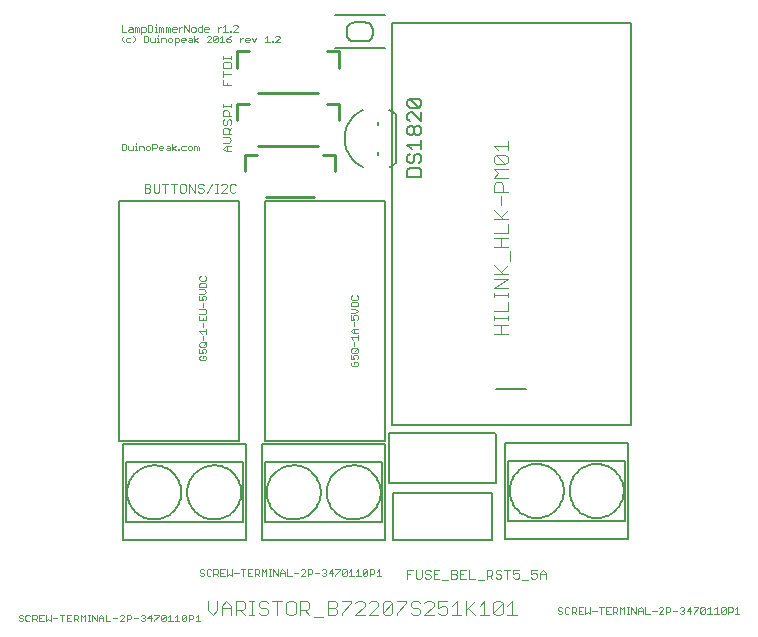
<source format=gto>
G75*
G70*
%OFA0B0*%
%FSLAX24Y24*%
%IPPOS*%
%LPD*%
%AMOC8*
5,1,8,0,0,1.08239X$1,22.5*
%
%ADD10C,0.0020*%
%ADD11C,0.0030*%
%ADD12C,0.0050*%
%ADD13C,0.0040*%
%ADD14C,0.0080*%
%ADD15C,0.0060*%
%ADD16C,0.0100*%
D10*
X007406Y008906D02*
X007553Y008906D01*
X007590Y008943D01*
X007590Y009016D01*
X007553Y009053D01*
X007479Y009053D01*
X007479Y008979D01*
X007406Y008906D02*
X007369Y008943D01*
X007369Y009016D01*
X007406Y009053D01*
X007369Y009127D02*
X007479Y009127D01*
X007443Y009200D01*
X007443Y009237D01*
X007479Y009274D01*
X007553Y009274D01*
X007590Y009237D01*
X007590Y009164D01*
X007553Y009127D01*
X007369Y009127D02*
X007369Y009274D01*
X007406Y009348D02*
X007369Y009385D01*
X007369Y009458D01*
X007406Y009495D01*
X007553Y009495D01*
X007590Y009458D01*
X007590Y009385D01*
X007553Y009348D01*
X007406Y009348D01*
X007516Y009421D02*
X007590Y009495D01*
X007479Y009569D02*
X007479Y009716D01*
X007443Y009790D02*
X007369Y009863D01*
X007590Y009863D01*
X007590Y009790D02*
X007590Y009937D01*
X007479Y010011D02*
X007479Y010158D01*
X007479Y010232D02*
X007479Y010305D01*
X007369Y010379D02*
X007369Y010232D01*
X007590Y010232D01*
X007590Y010379D01*
X007553Y010453D02*
X007590Y010489D01*
X007590Y010563D01*
X007553Y010600D01*
X007369Y010600D01*
X007479Y010674D02*
X007479Y010821D01*
X007479Y010895D02*
X007443Y010968D01*
X007443Y011005D01*
X007479Y011042D01*
X007553Y011042D01*
X007590Y011005D01*
X007590Y010931D01*
X007553Y010895D01*
X007479Y010895D02*
X007369Y010895D01*
X007369Y011042D01*
X007369Y011116D02*
X007516Y011116D01*
X007590Y011189D01*
X007516Y011263D01*
X007369Y011263D01*
X007369Y011337D02*
X007369Y011447D01*
X007406Y011483D01*
X007553Y011483D01*
X007590Y011447D01*
X007590Y011337D01*
X007369Y011337D01*
X007406Y011558D02*
X007553Y011558D01*
X007590Y011594D01*
X007590Y011668D01*
X007553Y011704D01*
X007406Y011704D02*
X007369Y011668D01*
X007369Y011594D01*
X007406Y011558D01*
X007369Y010453D02*
X007553Y010453D01*
X012419Y010474D02*
X012566Y010474D01*
X012640Y010547D01*
X012566Y010621D01*
X012419Y010621D01*
X012419Y010695D02*
X012419Y010805D01*
X012456Y010842D01*
X012603Y010842D01*
X012640Y010805D01*
X012640Y010695D01*
X012419Y010695D01*
X012456Y010916D02*
X012603Y010916D01*
X012640Y010952D01*
X012640Y011026D01*
X012603Y011063D01*
X012456Y011063D02*
X012419Y011026D01*
X012419Y010952D01*
X012456Y010916D01*
X012419Y010400D02*
X012419Y010253D01*
X012529Y010253D01*
X012493Y010326D01*
X012493Y010363D01*
X012529Y010400D01*
X012603Y010400D01*
X012640Y010363D01*
X012640Y010289D01*
X012603Y010253D01*
X012529Y010179D02*
X012529Y010032D01*
X012529Y009958D02*
X012529Y009811D01*
X012493Y009811D02*
X012419Y009884D01*
X012493Y009958D01*
X012640Y009958D01*
X012640Y009811D02*
X012493Y009811D01*
X012640Y009737D02*
X012640Y009590D01*
X012640Y009663D02*
X012419Y009663D01*
X012493Y009590D01*
X012529Y009516D02*
X012529Y009369D01*
X012456Y009295D02*
X012603Y009295D01*
X012640Y009258D01*
X012640Y009185D01*
X012603Y009148D01*
X012456Y009148D01*
X012419Y009185D01*
X012419Y009258D01*
X012456Y009295D01*
X012566Y009221D02*
X012640Y009295D01*
X012603Y009074D02*
X012640Y009037D01*
X012640Y008964D01*
X012603Y008927D01*
X012529Y008927D02*
X012493Y009000D01*
X012493Y009037D01*
X012529Y009074D01*
X012603Y009074D01*
X012529Y008927D02*
X012419Y008927D01*
X012419Y009074D01*
X012456Y008853D02*
X012419Y008816D01*
X012419Y008743D01*
X012456Y008706D01*
X012603Y008706D01*
X012640Y008743D01*
X012640Y008816D01*
X012603Y008853D01*
X012529Y008853D01*
X012529Y008779D01*
X007347Y015896D02*
X007347Y016006D01*
X007310Y016043D01*
X007274Y016006D01*
X007274Y015896D01*
X007200Y015896D02*
X007200Y016043D01*
X007237Y016043D01*
X007274Y016006D01*
X007126Y016006D02*
X007089Y016043D01*
X007016Y016043D01*
X006979Y016006D01*
X006979Y015933D01*
X007016Y015896D01*
X007089Y015896D01*
X007126Y015933D01*
X007126Y016006D01*
X006905Y016043D02*
X006795Y016043D01*
X006758Y016006D01*
X006758Y015933D01*
X006795Y015896D01*
X006905Y015896D01*
X006685Y015896D02*
X006685Y015933D01*
X006648Y015933D01*
X006648Y015896D01*
X006685Y015896D01*
X006574Y015896D02*
X006464Y015969D01*
X006574Y016043D01*
X006464Y016116D02*
X006464Y015896D01*
X006390Y015896D02*
X006279Y015896D01*
X006243Y015933D01*
X006279Y015969D01*
X006390Y015969D01*
X006390Y016006D02*
X006390Y015896D01*
X006390Y016006D02*
X006353Y016043D01*
X006279Y016043D01*
X006169Y016006D02*
X006169Y015969D01*
X006022Y015969D01*
X006022Y015933D02*
X006022Y016006D01*
X006058Y016043D01*
X006132Y016043D01*
X006169Y016006D01*
X006132Y015896D02*
X006058Y015896D01*
X006022Y015933D01*
X005948Y016006D02*
X005911Y015969D01*
X005801Y015969D01*
X005801Y015896D02*
X005801Y016116D01*
X005911Y016116D01*
X005948Y016079D01*
X005948Y016006D01*
X005727Y016006D02*
X005690Y016043D01*
X005617Y016043D01*
X005580Y016006D01*
X005580Y015933D01*
X005617Y015896D01*
X005690Y015896D01*
X005727Y015933D01*
X005727Y016006D01*
X005506Y016006D02*
X005506Y015896D01*
X005506Y016006D02*
X005469Y016043D01*
X005359Y016043D01*
X005359Y015896D01*
X005285Y015896D02*
X005211Y015896D01*
X005248Y015896D02*
X005248Y016043D01*
X005211Y016043D01*
X005137Y016043D02*
X005137Y015896D01*
X005027Y015896D01*
X004991Y015933D01*
X004991Y016043D01*
X004916Y016079D02*
X004880Y016116D01*
X004770Y016116D01*
X004770Y015896D01*
X004880Y015896D01*
X004916Y015933D01*
X004916Y016079D01*
X005248Y016116D02*
X005248Y016153D01*
X006537Y019422D02*
X006537Y019643D01*
X006648Y019643D01*
X006684Y019606D01*
X006684Y019533D01*
X006648Y019496D01*
X006537Y019496D01*
X006463Y019533D02*
X006463Y019606D01*
X006427Y019643D01*
X006353Y019643D01*
X006316Y019606D01*
X006316Y019533D01*
X006353Y019496D01*
X006427Y019496D01*
X006463Y019533D01*
X006242Y019496D02*
X006242Y019606D01*
X006206Y019643D01*
X006095Y019643D01*
X006095Y019496D01*
X006022Y019496D02*
X005948Y019496D01*
X005985Y019496D02*
X005985Y019643D01*
X005948Y019643D01*
X005874Y019643D02*
X005874Y019496D01*
X005764Y019496D01*
X005727Y019533D01*
X005727Y019643D01*
X005653Y019679D02*
X005653Y019533D01*
X005616Y019496D01*
X005506Y019496D01*
X005506Y019716D01*
X005616Y019716D01*
X005653Y019679D01*
X005653Y019856D02*
X005764Y019856D01*
X005800Y019893D01*
X005800Y020039D01*
X005764Y020076D01*
X005653Y020076D01*
X005653Y019856D01*
X005579Y019893D02*
X005543Y019856D01*
X005432Y019856D01*
X005432Y019782D02*
X005432Y020003D01*
X005543Y020003D01*
X005579Y019966D01*
X005579Y019893D01*
X005358Y019856D02*
X005358Y019966D01*
X005322Y020003D01*
X005285Y019966D01*
X005285Y019856D01*
X005211Y019856D02*
X005211Y020003D01*
X005248Y020003D01*
X005285Y019966D01*
X005137Y019966D02*
X005137Y019856D01*
X005027Y019856D01*
X004991Y019893D01*
X005027Y019929D01*
X005137Y019929D01*
X005137Y019966D02*
X005101Y020003D01*
X005027Y020003D01*
X004916Y019856D02*
X004770Y019856D01*
X004770Y020076D01*
X004843Y019716D02*
X004770Y019643D01*
X004770Y019569D01*
X004843Y019496D01*
X004917Y019533D02*
X004954Y019496D01*
X005064Y019496D01*
X005138Y019496D02*
X005211Y019569D01*
X005211Y019643D01*
X005138Y019716D01*
X005064Y019643D02*
X004954Y019643D01*
X004917Y019606D01*
X004917Y019533D01*
X005874Y019856D02*
X005948Y019856D01*
X005911Y019856D02*
X005911Y020003D01*
X005874Y020003D01*
X005911Y020076D02*
X005911Y020113D01*
X006022Y020003D02*
X006058Y020003D01*
X006095Y019966D01*
X006132Y020003D01*
X006169Y019966D01*
X006169Y019856D01*
X006243Y019856D02*
X006243Y020003D01*
X006279Y020003D01*
X006316Y019966D01*
X006353Y020003D01*
X006390Y019966D01*
X006390Y019856D01*
X006316Y019856D02*
X006316Y019966D01*
X006464Y019966D02*
X006500Y020003D01*
X006574Y020003D01*
X006611Y019966D01*
X006611Y019929D01*
X006464Y019929D01*
X006464Y019893D02*
X006464Y019966D01*
X006464Y019893D02*
X006500Y019856D01*
X006574Y019856D01*
X006685Y019856D02*
X006685Y020003D01*
X006758Y020003D02*
X006795Y020003D01*
X006758Y020003D02*
X006685Y019929D01*
X006869Y019856D02*
X006869Y020076D01*
X007016Y019856D01*
X007016Y020076D01*
X007090Y019966D02*
X007090Y019893D01*
X007127Y019856D01*
X007200Y019856D01*
X007237Y019893D01*
X007237Y019966D01*
X007200Y020003D01*
X007127Y020003D01*
X007090Y019966D01*
X007311Y019966D02*
X007348Y020003D01*
X007458Y020003D01*
X007458Y020076D02*
X007458Y019856D01*
X007348Y019856D01*
X007311Y019893D01*
X007311Y019966D01*
X007532Y019966D02*
X007532Y019893D01*
X007569Y019856D01*
X007642Y019856D01*
X007679Y019929D02*
X007532Y019929D01*
X007532Y019966D02*
X007569Y020003D01*
X007642Y020003D01*
X007679Y019966D01*
X007679Y019929D01*
X007716Y019716D02*
X007642Y019716D01*
X007606Y019679D01*
X007716Y019716D02*
X007752Y019679D01*
X007752Y019643D01*
X007606Y019496D01*
X007752Y019496D01*
X007827Y019533D02*
X007973Y019679D01*
X007973Y019533D01*
X007937Y019496D01*
X007863Y019496D01*
X007827Y019533D01*
X007827Y019679D01*
X007863Y019716D01*
X007937Y019716D01*
X007973Y019679D01*
X008048Y019643D02*
X008121Y019716D01*
X008121Y019496D01*
X008048Y019496D02*
X008194Y019496D01*
X008268Y019533D02*
X008305Y019496D01*
X008379Y019496D01*
X008415Y019533D01*
X008415Y019569D01*
X008379Y019606D01*
X008268Y019606D01*
X008268Y019533D01*
X008268Y019606D02*
X008342Y019679D01*
X008415Y019716D01*
X008416Y019856D02*
X008379Y019856D01*
X008379Y019893D01*
X008416Y019893D01*
X008416Y019856D01*
X008489Y019856D02*
X008636Y020003D01*
X008636Y020039D01*
X008600Y020076D01*
X008526Y020076D01*
X008489Y020039D01*
X008489Y019856D02*
X008636Y019856D01*
X008710Y019643D02*
X008710Y019496D01*
X008710Y019569D02*
X008784Y019643D01*
X008821Y019643D01*
X008895Y019606D02*
X008931Y019643D01*
X009005Y019643D01*
X009041Y019606D01*
X009041Y019569D01*
X008895Y019569D01*
X008895Y019533D02*
X008895Y019606D01*
X008895Y019533D02*
X008931Y019496D01*
X009005Y019496D01*
X009116Y019643D02*
X009189Y019496D01*
X009262Y019643D01*
X009558Y019643D02*
X009631Y019716D01*
X009631Y019496D01*
X009558Y019496D02*
X009704Y019496D01*
X009779Y019496D02*
X009815Y019496D01*
X009815Y019533D01*
X009779Y019533D01*
X009779Y019496D01*
X009889Y019496D02*
X010036Y019643D01*
X010036Y019679D01*
X009999Y019716D01*
X009926Y019716D01*
X009889Y019679D01*
X009889Y019496D02*
X010036Y019496D01*
X008305Y019856D02*
X008158Y019856D01*
X008231Y019856D02*
X008231Y020076D01*
X008158Y020003D01*
X008084Y020003D02*
X008047Y020003D01*
X007974Y019929D01*
X007974Y019856D02*
X007974Y020003D01*
X007310Y019643D02*
X007200Y019569D01*
X007310Y019496D01*
X007200Y019496D02*
X007200Y019716D01*
X007126Y019606D02*
X007126Y019496D01*
X007016Y019496D01*
X006979Y019533D01*
X007016Y019569D01*
X007126Y019569D01*
X007126Y019606D02*
X007089Y019643D01*
X007016Y019643D01*
X006905Y019606D02*
X006905Y019569D01*
X006758Y019569D01*
X006758Y019533D02*
X006758Y019606D01*
X006795Y019643D01*
X006868Y019643D01*
X006905Y019606D01*
X006868Y019496D02*
X006795Y019496D01*
X006758Y019533D01*
X006095Y019856D02*
X006095Y019966D01*
X006022Y020003D02*
X006022Y019856D01*
X005985Y019753D02*
X005985Y019716D01*
D11*
X001336Y000235D02*
X001373Y000198D01*
X001446Y000198D01*
X001483Y000235D01*
X001483Y000272D01*
X001446Y000308D01*
X001373Y000308D01*
X001336Y000345D01*
X001336Y000382D01*
X001373Y000419D01*
X001446Y000419D01*
X001483Y000382D01*
X001566Y000382D02*
X001566Y000235D01*
X001603Y000198D01*
X001676Y000198D01*
X001713Y000235D01*
X001796Y000198D02*
X001796Y000419D01*
X001906Y000419D01*
X001943Y000382D01*
X001943Y000308D01*
X001906Y000272D01*
X001796Y000272D01*
X001870Y000272D02*
X001943Y000198D01*
X002027Y000198D02*
X002173Y000198D01*
X002257Y000198D02*
X002330Y000272D01*
X002404Y000198D01*
X002404Y000419D01*
X002487Y000308D02*
X002634Y000308D01*
X002717Y000419D02*
X002864Y000419D01*
X002791Y000419D02*
X002791Y000198D01*
X002947Y000198D02*
X003094Y000198D01*
X003178Y000198D02*
X003178Y000419D01*
X003288Y000419D01*
X003324Y000382D01*
X003324Y000308D01*
X003288Y000272D01*
X003178Y000272D01*
X003251Y000272D02*
X003324Y000198D01*
X003408Y000198D02*
X003408Y000419D01*
X003481Y000345D01*
X003554Y000419D01*
X003554Y000198D01*
X003638Y000198D02*
X003711Y000198D01*
X003675Y000198D02*
X003675Y000419D01*
X003711Y000419D02*
X003638Y000419D01*
X003791Y000419D02*
X003938Y000198D01*
X003938Y000419D01*
X004022Y000345D02*
X004095Y000419D01*
X004168Y000345D01*
X004168Y000198D01*
X004252Y000198D02*
X004399Y000198D01*
X004482Y000308D02*
X004629Y000308D01*
X004712Y000382D02*
X004749Y000419D01*
X004822Y000419D01*
X004859Y000382D01*
X004859Y000345D01*
X004712Y000198D01*
X004859Y000198D01*
X004942Y000198D02*
X004942Y000419D01*
X005052Y000419D01*
X005089Y000382D01*
X005089Y000308D01*
X005052Y000272D01*
X004942Y000272D01*
X005173Y000308D02*
X005319Y000308D01*
X005403Y000235D02*
X005439Y000198D01*
X005513Y000198D01*
X005550Y000235D01*
X005550Y000272D01*
X005513Y000308D01*
X005476Y000308D01*
X005513Y000308D02*
X005550Y000345D01*
X005550Y000382D01*
X005513Y000419D01*
X005439Y000419D01*
X005403Y000382D01*
X005633Y000308D02*
X005780Y000308D01*
X005863Y000235D02*
X005863Y000198D01*
X005863Y000235D02*
X006010Y000382D01*
X006010Y000419D01*
X005863Y000419D01*
X005743Y000419D02*
X005743Y000198D01*
X005633Y000308D02*
X005743Y000419D01*
X006093Y000382D02*
X006130Y000419D01*
X006203Y000419D01*
X006240Y000382D01*
X006093Y000235D01*
X006130Y000198D01*
X006203Y000198D01*
X006240Y000235D01*
X006240Y000382D01*
X006324Y000345D02*
X006397Y000419D01*
X006397Y000198D01*
X006324Y000198D02*
X006470Y000198D01*
X006554Y000198D02*
X006700Y000198D01*
X006627Y000198D02*
X006627Y000419D01*
X006554Y000345D01*
X006784Y000382D02*
X006821Y000419D01*
X006894Y000419D01*
X006931Y000382D01*
X006784Y000235D01*
X006821Y000198D01*
X006894Y000198D01*
X006931Y000235D01*
X006931Y000382D01*
X007014Y000419D02*
X007124Y000419D01*
X007161Y000382D01*
X007161Y000308D01*
X007124Y000272D01*
X007014Y000272D01*
X007014Y000198D02*
X007014Y000419D01*
X006784Y000382D02*
X006784Y000235D01*
X007244Y000198D02*
X007391Y000198D01*
X007318Y000198D02*
X007318Y000419D01*
X007244Y000345D01*
X006093Y000382D02*
X006093Y000235D01*
X007410Y001711D02*
X007373Y001748D01*
X007410Y001711D02*
X007484Y001711D01*
X007520Y001748D01*
X007520Y001784D01*
X007484Y001821D01*
X007410Y001821D01*
X007373Y001858D01*
X007373Y001894D01*
X007410Y001931D01*
X007484Y001931D01*
X007520Y001894D01*
X007604Y001894D02*
X007604Y001748D01*
X007640Y001711D01*
X007714Y001711D01*
X007750Y001748D01*
X007834Y001784D02*
X007944Y001784D01*
X007981Y001821D01*
X007981Y001894D01*
X007944Y001931D01*
X007834Y001931D01*
X007834Y001711D01*
X007907Y001784D02*
X007981Y001711D01*
X008064Y001711D02*
X008211Y001711D01*
X008294Y001711D02*
X008368Y001784D01*
X008441Y001711D01*
X008441Y001931D01*
X008524Y001821D02*
X008671Y001821D01*
X008755Y001931D02*
X008901Y001931D01*
X008828Y001931D02*
X008828Y001711D01*
X008985Y001711D02*
X008985Y001931D01*
X009132Y001931D01*
X009215Y001931D02*
X009325Y001931D01*
X009362Y001894D01*
X009362Y001821D01*
X009325Y001784D01*
X009215Y001784D01*
X009215Y001711D02*
X009215Y001931D01*
X009288Y001784D02*
X009362Y001711D01*
X009445Y001711D02*
X009445Y001931D01*
X009519Y001858D01*
X009592Y001931D01*
X009592Y001711D01*
X009675Y001711D02*
X009749Y001711D01*
X009712Y001711D02*
X009712Y001931D01*
X009675Y001931D02*
X009749Y001931D01*
X009829Y001931D02*
X009976Y001711D01*
X009976Y001931D01*
X010059Y001858D02*
X010132Y001931D01*
X010206Y001858D01*
X010206Y001711D01*
X010289Y001711D02*
X010436Y001711D01*
X010519Y001821D02*
X010666Y001821D01*
X010750Y001894D02*
X010786Y001931D01*
X010860Y001931D01*
X010896Y001894D01*
X010896Y001858D01*
X010750Y001711D01*
X010896Y001711D01*
X010980Y001711D02*
X010980Y001931D01*
X011090Y001931D01*
X011127Y001894D01*
X011127Y001821D01*
X011090Y001784D01*
X010980Y001784D01*
X011210Y001821D02*
X011357Y001821D01*
X011440Y001894D02*
X011477Y001931D01*
X011550Y001931D01*
X011587Y001894D01*
X011587Y001858D01*
X011550Y001821D01*
X011587Y001784D01*
X011587Y001748D01*
X011550Y001711D01*
X011477Y001711D01*
X011440Y001748D01*
X011514Y001821D02*
X011550Y001821D01*
X011670Y001821D02*
X011781Y001931D01*
X011781Y001711D01*
X011817Y001821D02*
X011670Y001821D01*
X011901Y001748D02*
X012047Y001894D01*
X012047Y001931D01*
X011901Y001931D01*
X011901Y001748D02*
X011901Y001711D01*
X012131Y001748D02*
X012278Y001894D01*
X012278Y001748D01*
X012241Y001711D01*
X012168Y001711D01*
X012131Y001748D01*
X012131Y001894D01*
X012168Y001931D01*
X012241Y001931D01*
X012278Y001894D01*
X012361Y001858D02*
X012434Y001931D01*
X012434Y001711D01*
X012361Y001711D02*
X012508Y001711D01*
X012591Y001711D02*
X012738Y001711D01*
X012665Y001711D02*
X012665Y001931D01*
X012591Y001858D01*
X012821Y001894D02*
X012858Y001931D01*
X012931Y001931D01*
X012968Y001894D01*
X012821Y001748D01*
X012858Y001711D01*
X012931Y001711D01*
X012968Y001748D01*
X012968Y001894D01*
X013052Y001931D02*
X013162Y001931D01*
X013198Y001894D01*
X013198Y001821D01*
X013162Y001784D01*
X013052Y001784D01*
X013052Y001711D02*
X013052Y001931D01*
X012821Y001894D02*
X012821Y001748D01*
X013282Y001711D02*
X013429Y001711D01*
X013355Y001711D02*
X013355Y001931D01*
X013282Y001858D01*
X014290Y001911D02*
X014290Y001621D01*
X014290Y001766D02*
X014387Y001766D01*
X014290Y001911D02*
X014484Y001911D01*
X014585Y001911D02*
X014585Y001669D01*
X014633Y001621D01*
X014730Y001621D01*
X014778Y001669D01*
X014778Y001911D01*
X014879Y001863D02*
X014879Y001814D01*
X014928Y001766D01*
X015025Y001766D01*
X015073Y001718D01*
X015073Y001669D01*
X015025Y001621D01*
X014928Y001621D01*
X014879Y001669D01*
X014879Y001863D02*
X014928Y001911D01*
X015025Y001911D01*
X015073Y001863D01*
X015174Y001911D02*
X015174Y001621D01*
X015368Y001621D01*
X015469Y001572D02*
X015662Y001572D01*
X015763Y001621D02*
X015908Y001621D01*
X015957Y001669D01*
X015957Y001718D01*
X015908Y001766D01*
X015763Y001766D01*
X015763Y001621D02*
X015763Y001911D01*
X015908Y001911D01*
X015957Y001863D01*
X015957Y001814D01*
X015908Y001766D01*
X016058Y001766D02*
X016155Y001766D01*
X016251Y001911D02*
X016058Y001911D01*
X016058Y001621D01*
X016251Y001621D01*
X016353Y001621D02*
X016546Y001621D01*
X016647Y001572D02*
X016841Y001572D01*
X016942Y001621D02*
X016942Y001911D01*
X017087Y001911D01*
X017135Y001863D01*
X017135Y001766D01*
X017087Y001718D01*
X016942Y001718D01*
X017039Y001718D02*
X017135Y001621D01*
X017237Y001669D02*
X017285Y001621D01*
X017382Y001621D01*
X017430Y001669D01*
X017430Y001718D01*
X017382Y001766D01*
X017285Y001766D01*
X017237Y001814D01*
X017237Y001863D01*
X017285Y001911D01*
X017382Y001911D01*
X017430Y001863D01*
X017531Y001911D02*
X017725Y001911D01*
X017628Y001911D02*
X017628Y001621D01*
X017826Y001669D02*
X017874Y001621D01*
X017971Y001621D01*
X018019Y001669D01*
X018019Y001766D01*
X017971Y001814D01*
X017923Y001814D01*
X017826Y001766D01*
X017826Y001911D01*
X018019Y001911D01*
X018415Y001911D02*
X018415Y001766D01*
X018512Y001814D01*
X018560Y001814D01*
X018609Y001766D01*
X018609Y001669D01*
X018560Y001621D01*
X018464Y001621D01*
X018415Y001669D01*
X018314Y001572D02*
X018121Y001572D01*
X018415Y001911D02*
X018609Y001911D01*
X018710Y001814D02*
X018807Y001911D01*
X018903Y001814D01*
X018903Y001621D01*
X018903Y001766D02*
X018710Y001766D01*
X018710Y001814D02*
X018710Y001621D01*
X019349Y000669D02*
X019312Y000632D01*
X019312Y000595D01*
X019349Y000558D01*
X019422Y000558D01*
X019459Y000522D01*
X019459Y000485D01*
X019422Y000448D01*
X019349Y000448D01*
X019312Y000485D01*
X019349Y000669D02*
X019422Y000669D01*
X019459Y000632D01*
X019542Y000632D02*
X019542Y000485D01*
X019579Y000448D01*
X019652Y000448D01*
X019689Y000485D01*
X019772Y000448D02*
X019772Y000669D01*
X019882Y000669D01*
X019919Y000632D01*
X019919Y000558D01*
X019882Y000522D01*
X019772Y000522D01*
X019846Y000522D02*
X019919Y000448D01*
X020003Y000448D02*
X020003Y000669D01*
X020149Y000669D01*
X020233Y000669D02*
X020233Y000448D01*
X020306Y000522D01*
X020380Y000448D01*
X020380Y000669D01*
X020463Y000558D02*
X020610Y000558D01*
X020693Y000669D02*
X020840Y000669D01*
X020767Y000669D02*
X020767Y000448D01*
X020923Y000448D02*
X021070Y000448D01*
X021154Y000448D02*
X021154Y000669D01*
X021264Y000669D01*
X021300Y000632D01*
X021300Y000558D01*
X021264Y000522D01*
X021154Y000522D01*
X021227Y000522D02*
X021300Y000448D01*
X021384Y000448D02*
X021384Y000669D01*
X021457Y000595D01*
X021531Y000669D01*
X021531Y000448D01*
X021614Y000448D02*
X021687Y000448D01*
X021651Y000448D02*
X021651Y000669D01*
X021687Y000669D02*
X021614Y000669D01*
X021767Y000669D02*
X021914Y000448D01*
X021914Y000669D01*
X021998Y000595D02*
X021998Y000448D01*
X021998Y000558D02*
X022144Y000558D01*
X022144Y000595D02*
X022144Y000448D01*
X022228Y000448D02*
X022228Y000669D01*
X022144Y000595D02*
X022071Y000669D01*
X021998Y000595D01*
X021767Y000669D02*
X021767Y000448D01*
X022228Y000448D02*
X022375Y000448D01*
X022458Y000558D02*
X022605Y000558D01*
X022688Y000632D02*
X022725Y000669D01*
X022798Y000669D01*
X022835Y000632D01*
X022835Y000595D01*
X022688Y000448D01*
X022835Y000448D01*
X022918Y000448D02*
X022918Y000669D01*
X023029Y000669D01*
X023065Y000632D01*
X023065Y000558D01*
X023029Y000522D01*
X022918Y000522D01*
X023149Y000558D02*
X023295Y000558D01*
X023379Y000485D02*
X023416Y000448D01*
X023489Y000448D01*
X023526Y000485D01*
X023526Y000522D01*
X023489Y000558D01*
X023452Y000558D01*
X023489Y000558D02*
X023526Y000595D01*
X023526Y000632D01*
X023489Y000669D01*
X023416Y000669D01*
X023379Y000632D01*
X023609Y000558D02*
X023756Y000558D01*
X023839Y000485D02*
X023839Y000448D01*
X023839Y000485D02*
X023986Y000632D01*
X023986Y000669D01*
X023839Y000669D01*
X023719Y000669D02*
X023719Y000448D01*
X023609Y000558D02*
X023719Y000669D01*
X024069Y000632D02*
X024106Y000669D01*
X024179Y000669D01*
X024216Y000632D01*
X024069Y000485D01*
X024106Y000448D01*
X024179Y000448D01*
X024216Y000485D01*
X024216Y000632D01*
X024300Y000595D02*
X024373Y000669D01*
X024373Y000448D01*
X024300Y000448D02*
X024446Y000448D01*
X024530Y000448D02*
X024677Y000448D01*
X024603Y000448D02*
X024603Y000669D01*
X024530Y000595D01*
X024760Y000632D02*
X024797Y000669D01*
X024870Y000669D01*
X024907Y000632D01*
X024760Y000485D01*
X024797Y000448D01*
X024870Y000448D01*
X024907Y000485D01*
X024907Y000632D01*
X024990Y000669D02*
X025100Y000669D01*
X025137Y000632D01*
X025137Y000558D01*
X025100Y000522D01*
X024990Y000522D01*
X024990Y000448D02*
X024990Y000669D01*
X024760Y000632D02*
X024760Y000485D01*
X025220Y000448D02*
X025367Y000448D01*
X025294Y000448D02*
X025294Y000669D01*
X025220Y000595D01*
X024069Y000632D02*
X024069Y000485D01*
X021070Y000669D02*
X020923Y000669D01*
X020923Y000448D01*
X020923Y000558D02*
X020997Y000558D01*
X020149Y000448D02*
X020003Y000448D01*
X020003Y000558D02*
X020076Y000558D01*
X019689Y000632D02*
X019652Y000669D01*
X019579Y000669D01*
X019542Y000632D01*
X016353Y001621D02*
X016353Y001911D01*
X015368Y001911D02*
X015174Y001911D01*
X015174Y001766D02*
X015271Y001766D01*
X010289Y001711D02*
X010289Y001931D01*
X010206Y001821D02*
X010059Y001821D01*
X010059Y001858D02*
X010059Y001711D01*
X009829Y001711D02*
X009829Y001931D01*
X009132Y001711D02*
X008985Y001711D01*
X008985Y001821D02*
X009058Y001821D01*
X008294Y001931D02*
X008294Y001711D01*
X008137Y001821D02*
X008064Y001821D01*
X008064Y001931D02*
X008064Y001711D01*
X008064Y001931D02*
X008211Y001931D01*
X007750Y001894D02*
X007714Y001931D01*
X007640Y001931D01*
X007604Y001894D01*
X004252Y000419D02*
X004252Y000198D01*
X004168Y000308D02*
X004022Y000308D01*
X004022Y000345D02*
X004022Y000198D01*
X003791Y000198D02*
X003791Y000419D01*
X003094Y000419D02*
X002947Y000419D01*
X002947Y000198D01*
X002947Y000308D02*
X003021Y000308D01*
X002257Y000198D02*
X002257Y000419D01*
X002173Y000419D02*
X002027Y000419D01*
X002027Y000198D01*
X002027Y000308D02*
X002100Y000308D01*
X001713Y000382D02*
X001676Y000419D01*
X001603Y000419D01*
X001566Y000382D01*
X005542Y014491D02*
X005687Y014491D01*
X005735Y014539D01*
X005735Y014588D01*
X005687Y014636D01*
X005542Y014636D01*
X005687Y014636D02*
X005735Y014684D01*
X005735Y014733D01*
X005687Y014781D01*
X005542Y014781D01*
X005542Y014491D01*
X005836Y014539D02*
X005836Y014781D01*
X006030Y014781D02*
X006030Y014539D01*
X005981Y014491D01*
X005885Y014491D01*
X005836Y014539D01*
X006131Y014781D02*
X006324Y014781D01*
X006228Y014781D02*
X006228Y014491D01*
X006522Y014491D02*
X006522Y014781D01*
X006426Y014781D02*
X006619Y014781D01*
X006720Y014733D02*
X006769Y014781D01*
X006865Y014781D01*
X006914Y014733D01*
X006914Y014539D01*
X006865Y014491D01*
X006769Y014491D01*
X006720Y014539D01*
X006720Y014733D01*
X007015Y014781D02*
X007015Y014491D01*
X007208Y014491D02*
X007208Y014781D01*
X007309Y014733D02*
X007309Y014684D01*
X007358Y014636D01*
X007455Y014636D01*
X007503Y014588D01*
X007503Y014539D01*
X007455Y014491D01*
X007358Y014491D01*
X007309Y014539D01*
X007208Y014491D02*
X007015Y014781D01*
X007309Y014733D02*
X007358Y014781D01*
X007455Y014781D01*
X007503Y014733D01*
X007604Y014491D02*
X007798Y014781D01*
X007899Y014781D02*
X007996Y014781D01*
X007947Y014781D02*
X007947Y014491D01*
X007899Y014491D02*
X007996Y014491D01*
X008095Y014491D02*
X008289Y014684D01*
X008289Y014733D01*
X008240Y014781D01*
X008144Y014781D01*
X008095Y014733D01*
X008095Y014491D02*
X008289Y014491D01*
X008390Y014539D02*
X008438Y014491D01*
X008535Y014491D01*
X008583Y014539D01*
X008390Y014539D02*
X008390Y014733D01*
X008438Y014781D01*
X008535Y014781D01*
X008583Y014733D01*
X008435Y015861D02*
X008241Y015861D01*
X008144Y015958D01*
X008241Y016054D01*
X008435Y016054D01*
X008338Y016155D02*
X008144Y016155D01*
X008289Y016054D02*
X008289Y015861D01*
X008338Y016155D02*
X008435Y016252D01*
X008338Y016349D01*
X008144Y016349D01*
X008144Y016450D02*
X008144Y016595D01*
X008193Y016644D01*
X008289Y016644D01*
X008338Y016595D01*
X008338Y016450D01*
X008435Y016450D02*
X008144Y016450D01*
X008338Y016547D02*
X008435Y016644D01*
X008386Y016745D02*
X008435Y016793D01*
X008435Y016890D01*
X008386Y016938D01*
X008338Y016938D01*
X008289Y016890D01*
X008289Y016793D01*
X008241Y016745D01*
X008193Y016745D01*
X008144Y016793D01*
X008144Y016890D01*
X008193Y016938D01*
X008144Y017039D02*
X008144Y017185D01*
X008193Y017233D01*
X008289Y017233D01*
X008338Y017185D01*
X008338Y017039D01*
X008435Y017039D02*
X008144Y017039D01*
X008144Y017334D02*
X008144Y017431D01*
X008144Y017382D02*
X008435Y017382D01*
X008435Y017334D02*
X008435Y017431D01*
X008435Y018061D02*
X008144Y018061D01*
X008144Y018254D01*
X008144Y018355D02*
X008144Y018549D01*
X008144Y018452D02*
X008435Y018452D01*
X008435Y018650D02*
X008144Y018650D01*
X008144Y018795D01*
X008193Y018844D01*
X008386Y018844D01*
X008435Y018795D01*
X008435Y018650D01*
X008435Y018945D02*
X008435Y019042D01*
X008435Y018993D02*
X008144Y018993D01*
X008144Y018945D02*
X008144Y019042D01*
X008289Y018158D02*
X008289Y018061D01*
D12*
X011883Y019295D02*
X013536Y019295D01*
X013143Y019767D02*
X013143Y019925D01*
X013142Y019925D02*
X013140Y019953D01*
X013135Y019981D01*
X013127Y020009D01*
X013115Y020035D01*
X013100Y020059D01*
X013083Y020081D01*
X013062Y020102D01*
X013040Y020119D01*
X013016Y020134D01*
X012990Y020146D01*
X012962Y020154D01*
X012934Y020159D01*
X012906Y020161D01*
X012513Y020161D01*
X012485Y020159D01*
X012457Y020154D01*
X012429Y020146D01*
X012403Y020134D01*
X012379Y020119D01*
X012357Y020102D01*
X012336Y020081D01*
X012319Y020059D01*
X012304Y020035D01*
X012292Y020009D01*
X012284Y019981D01*
X012279Y019953D01*
X012277Y019925D01*
X012276Y019925D02*
X012276Y019767D01*
X012277Y019767D02*
X012279Y019739D01*
X012284Y019711D01*
X012292Y019683D01*
X012304Y019657D01*
X012319Y019633D01*
X012336Y019611D01*
X012357Y019590D01*
X012379Y019573D01*
X012403Y019558D01*
X012429Y019546D01*
X012457Y019538D01*
X012485Y019533D01*
X012513Y019531D01*
X012906Y019531D01*
X012934Y019533D01*
X012962Y019538D01*
X012990Y019546D01*
X013016Y019558D01*
X013040Y019573D01*
X013062Y019590D01*
X013083Y019611D01*
X013100Y019633D01*
X013115Y019657D01*
X013127Y019683D01*
X013135Y019711D01*
X013140Y019739D01*
X013142Y019767D01*
X013783Y020139D02*
X013783Y006753D01*
X021736Y006753D01*
X021736Y020139D01*
X013783Y020139D01*
X013536Y020397D02*
X011883Y020397D01*
X014372Y017623D02*
X014672Y017323D01*
X014747Y017398D01*
X014747Y017548D01*
X014672Y017623D01*
X014372Y017623D01*
X014297Y017548D01*
X014297Y017398D01*
X014372Y017323D01*
X014672Y017323D01*
X014747Y017163D02*
X014747Y016862D01*
X014447Y017163D01*
X014372Y017163D01*
X014297Y017088D01*
X014297Y016937D01*
X014372Y016862D01*
X014372Y016702D02*
X014447Y016702D01*
X014522Y016627D01*
X014522Y016477D01*
X014447Y016402D01*
X014372Y016402D01*
X014297Y016477D01*
X014297Y016627D01*
X014372Y016702D01*
X014522Y016627D02*
X014597Y016702D01*
X014672Y016702D01*
X014747Y016627D01*
X014747Y016477D01*
X014672Y016402D01*
X014597Y016402D01*
X014522Y016477D01*
X014747Y016242D02*
X014747Y015942D01*
X014747Y016092D02*
X014297Y016092D01*
X014447Y015942D01*
X014372Y015781D02*
X014297Y015706D01*
X014297Y015556D01*
X014372Y015481D01*
X014447Y015481D01*
X014522Y015556D01*
X014522Y015706D01*
X014597Y015781D01*
X014672Y015781D01*
X014747Y015706D01*
X014747Y015556D01*
X014672Y015481D01*
X014672Y015321D02*
X014372Y015321D01*
X014297Y015246D01*
X014297Y015021D01*
X014747Y015021D01*
X014747Y015246D01*
X014672Y015321D01*
X017260Y007946D02*
X018260Y007946D01*
X017231Y006473D02*
X013688Y006473D01*
X013680Y006466D02*
X013680Y004836D01*
X013688Y004819D02*
X017231Y004819D01*
X017240Y004826D02*
X017240Y006456D01*
X017560Y006146D02*
X021660Y006146D01*
X021660Y002946D01*
X017560Y002946D01*
X017560Y006146D01*
X017660Y005546D02*
X021560Y005546D01*
X021560Y003546D01*
X017660Y003546D01*
X017660Y005546D01*
X017130Y004486D02*
X017130Y002906D01*
X017125Y002908D02*
X013834Y002908D01*
X013830Y002906D02*
X013830Y004476D01*
X013834Y004483D02*
X017125Y004483D01*
X017709Y004546D02*
X017711Y004606D01*
X017717Y004665D01*
X017727Y004724D01*
X017740Y004782D01*
X017758Y004839D01*
X017779Y004894D01*
X017804Y004948D01*
X017832Y005001D01*
X017864Y005051D01*
X017899Y005099D01*
X017937Y005145D01*
X017978Y005188D01*
X018022Y005229D01*
X018068Y005266D01*
X018117Y005300D01*
X018168Y005331D01*
X018221Y005359D01*
X018276Y005383D01*
X018332Y005403D01*
X018389Y005419D01*
X018447Y005432D01*
X018506Y005441D01*
X018565Y005446D01*
X018625Y005447D01*
X018684Y005444D01*
X018744Y005437D01*
X018802Y005426D01*
X018860Y005412D01*
X018917Y005393D01*
X018972Y005371D01*
X019026Y005345D01*
X019078Y005316D01*
X019127Y005284D01*
X019175Y005248D01*
X019220Y005209D01*
X019263Y005167D01*
X019302Y005123D01*
X019339Y005076D01*
X019372Y005026D01*
X019402Y004975D01*
X019429Y004922D01*
X019452Y004867D01*
X019471Y004810D01*
X019487Y004753D01*
X019499Y004694D01*
X019507Y004635D01*
X019511Y004576D01*
X019511Y004516D01*
X019507Y004457D01*
X019499Y004398D01*
X019487Y004339D01*
X019471Y004282D01*
X019452Y004225D01*
X019429Y004170D01*
X019402Y004117D01*
X019372Y004066D01*
X019339Y004016D01*
X019302Y003969D01*
X019263Y003925D01*
X019220Y003883D01*
X019175Y003844D01*
X019127Y003808D01*
X019078Y003776D01*
X019026Y003747D01*
X018972Y003721D01*
X018917Y003699D01*
X018860Y003680D01*
X018802Y003666D01*
X018744Y003655D01*
X018684Y003648D01*
X018625Y003645D01*
X018565Y003646D01*
X018506Y003651D01*
X018447Y003660D01*
X018389Y003673D01*
X018332Y003689D01*
X018276Y003709D01*
X018221Y003733D01*
X018168Y003761D01*
X018117Y003792D01*
X018068Y003826D01*
X018022Y003863D01*
X017978Y003904D01*
X017937Y003947D01*
X017899Y003993D01*
X017864Y004041D01*
X017832Y004091D01*
X017804Y004144D01*
X017779Y004198D01*
X017758Y004253D01*
X017740Y004310D01*
X017727Y004368D01*
X017717Y004427D01*
X017711Y004486D01*
X017709Y004546D01*
X019709Y004546D02*
X019711Y004606D01*
X019717Y004665D01*
X019727Y004724D01*
X019740Y004782D01*
X019758Y004839D01*
X019779Y004894D01*
X019804Y004948D01*
X019832Y005001D01*
X019864Y005051D01*
X019899Y005099D01*
X019937Y005145D01*
X019978Y005188D01*
X020022Y005229D01*
X020068Y005266D01*
X020117Y005300D01*
X020168Y005331D01*
X020221Y005359D01*
X020276Y005383D01*
X020332Y005403D01*
X020389Y005419D01*
X020447Y005432D01*
X020506Y005441D01*
X020565Y005446D01*
X020625Y005447D01*
X020684Y005444D01*
X020744Y005437D01*
X020802Y005426D01*
X020860Y005412D01*
X020917Y005393D01*
X020972Y005371D01*
X021026Y005345D01*
X021078Y005316D01*
X021127Y005284D01*
X021175Y005248D01*
X021220Y005209D01*
X021263Y005167D01*
X021302Y005123D01*
X021339Y005076D01*
X021372Y005026D01*
X021402Y004975D01*
X021429Y004922D01*
X021452Y004867D01*
X021471Y004810D01*
X021487Y004753D01*
X021499Y004694D01*
X021507Y004635D01*
X021511Y004576D01*
X021511Y004516D01*
X021507Y004457D01*
X021499Y004398D01*
X021487Y004339D01*
X021471Y004282D01*
X021452Y004225D01*
X021429Y004170D01*
X021402Y004117D01*
X021372Y004066D01*
X021339Y004016D01*
X021302Y003969D01*
X021263Y003925D01*
X021220Y003883D01*
X021175Y003844D01*
X021127Y003808D01*
X021078Y003776D01*
X021026Y003747D01*
X020972Y003721D01*
X020917Y003699D01*
X020860Y003680D01*
X020802Y003666D01*
X020744Y003655D01*
X020684Y003648D01*
X020625Y003645D01*
X020565Y003646D01*
X020506Y003651D01*
X020447Y003660D01*
X020389Y003673D01*
X020332Y003689D01*
X020276Y003709D01*
X020221Y003733D01*
X020168Y003761D01*
X020117Y003792D01*
X020068Y003826D01*
X020022Y003863D01*
X019978Y003904D01*
X019937Y003947D01*
X019899Y003993D01*
X019864Y004041D01*
X019832Y004091D01*
X019804Y004144D01*
X019779Y004198D01*
X019758Y004253D01*
X019740Y004310D01*
X019727Y004368D01*
X019717Y004427D01*
X019711Y004486D01*
X019709Y004546D01*
X013460Y005496D02*
X013460Y003496D01*
X009560Y003496D01*
X009560Y005496D01*
X013460Y005496D01*
X013560Y006096D02*
X009460Y006096D01*
X009460Y002896D01*
X013560Y002896D01*
X013560Y006096D01*
X011609Y004496D02*
X011611Y004556D01*
X011617Y004615D01*
X011627Y004674D01*
X011640Y004732D01*
X011658Y004789D01*
X011679Y004844D01*
X011704Y004898D01*
X011732Y004951D01*
X011764Y005001D01*
X011799Y005049D01*
X011837Y005095D01*
X011878Y005138D01*
X011922Y005179D01*
X011968Y005216D01*
X012017Y005250D01*
X012068Y005281D01*
X012121Y005309D01*
X012176Y005333D01*
X012232Y005353D01*
X012289Y005369D01*
X012347Y005382D01*
X012406Y005391D01*
X012465Y005396D01*
X012525Y005397D01*
X012584Y005394D01*
X012644Y005387D01*
X012702Y005376D01*
X012760Y005362D01*
X012817Y005343D01*
X012872Y005321D01*
X012926Y005295D01*
X012978Y005266D01*
X013027Y005234D01*
X013075Y005198D01*
X013120Y005159D01*
X013163Y005117D01*
X013202Y005073D01*
X013239Y005026D01*
X013272Y004976D01*
X013302Y004925D01*
X013329Y004872D01*
X013352Y004817D01*
X013371Y004760D01*
X013387Y004703D01*
X013399Y004644D01*
X013407Y004585D01*
X013411Y004526D01*
X013411Y004466D01*
X013407Y004407D01*
X013399Y004348D01*
X013387Y004289D01*
X013371Y004232D01*
X013352Y004175D01*
X013329Y004120D01*
X013302Y004067D01*
X013272Y004016D01*
X013239Y003966D01*
X013202Y003919D01*
X013163Y003875D01*
X013120Y003833D01*
X013075Y003794D01*
X013027Y003758D01*
X012978Y003726D01*
X012926Y003697D01*
X012872Y003671D01*
X012817Y003649D01*
X012760Y003630D01*
X012702Y003616D01*
X012644Y003605D01*
X012584Y003598D01*
X012525Y003595D01*
X012465Y003596D01*
X012406Y003601D01*
X012347Y003610D01*
X012289Y003623D01*
X012232Y003639D01*
X012176Y003659D01*
X012121Y003683D01*
X012068Y003711D01*
X012017Y003742D01*
X011968Y003776D01*
X011922Y003813D01*
X011878Y003854D01*
X011837Y003897D01*
X011799Y003943D01*
X011764Y003991D01*
X011732Y004041D01*
X011704Y004094D01*
X011679Y004148D01*
X011658Y004203D01*
X011640Y004260D01*
X011627Y004318D01*
X011617Y004377D01*
X011611Y004436D01*
X011609Y004496D01*
X009609Y004496D02*
X009611Y004556D01*
X009617Y004615D01*
X009627Y004674D01*
X009640Y004732D01*
X009658Y004789D01*
X009679Y004844D01*
X009704Y004898D01*
X009732Y004951D01*
X009764Y005001D01*
X009799Y005049D01*
X009837Y005095D01*
X009878Y005138D01*
X009922Y005179D01*
X009968Y005216D01*
X010017Y005250D01*
X010068Y005281D01*
X010121Y005309D01*
X010176Y005333D01*
X010232Y005353D01*
X010289Y005369D01*
X010347Y005382D01*
X010406Y005391D01*
X010465Y005396D01*
X010525Y005397D01*
X010584Y005394D01*
X010644Y005387D01*
X010702Y005376D01*
X010760Y005362D01*
X010817Y005343D01*
X010872Y005321D01*
X010926Y005295D01*
X010978Y005266D01*
X011027Y005234D01*
X011075Y005198D01*
X011120Y005159D01*
X011163Y005117D01*
X011202Y005073D01*
X011239Y005026D01*
X011272Y004976D01*
X011302Y004925D01*
X011329Y004872D01*
X011352Y004817D01*
X011371Y004760D01*
X011387Y004703D01*
X011399Y004644D01*
X011407Y004585D01*
X011411Y004526D01*
X011411Y004466D01*
X011407Y004407D01*
X011399Y004348D01*
X011387Y004289D01*
X011371Y004232D01*
X011352Y004175D01*
X011329Y004120D01*
X011302Y004067D01*
X011272Y004016D01*
X011239Y003966D01*
X011202Y003919D01*
X011163Y003875D01*
X011120Y003833D01*
X011075Y003794D01*
X011027Y003758D01*
X010978Y003726D01*
X010926Y003697D01*
X010872Y003671D01*
X010817Y003649D01*
X010760Y003630D01*
X010702Y003616D01*
X010644Y003605D01*
X010584Y003598D01*
X010525Y003595D01*
X010465Y003596D01*
X010406Y003601D01*
X010347Y003610D01*
X010289Y003623D01*
X010232Y003639D01*
X010176Y003659D01*
X010121Y003683D01*
X010068Y003711D01*
X010017Y003742D01*
X009968Y003776D01*
X009922Y003813D01*
X009878Y003854D01*
X009837Y003897D01*
X009799Y003943D01*
X009764Y003991D01*
X009732Y004041D01*
X009704Y004094D01*
X009679Y004148D01*
X009658Y004203D01*
X009640Y004260D01*
X009627Y004318D01*
X009617Y004377D01*
X009611Y004436D01*
X009609Y004496D01*
X008810Y005496D02*
X004910Y005496D01*
X004910Y003496D01*
X008810Y003496D01*
X008810Y005496D01*
X008910Y006096D02*
X004810Y006096D01*
X004810Y002896D01*
X008910Y002896D01*
X008910Y006096D01*
X006959Y004496D02*
X006961Y004556D01*
X006967Y004615D01*
X006977Y004674D01*
X006990Y004732D01*
X007008Y004789D01*
X007029Y004844D01*
X007054Y004898D01*
X007082Y004951D01*
X007114Y005001D01*
X007149Y005049D01*
X007187Y005095D01*
X007228Y005138D01*
X007272Y005179D01*
X007318Y005216D01*
X007367Y005250D01*
X007418Y005281D01*
X007471Y005309D01*
X007526Y005333D01*
X007582Y005353D01*
X007639Y005369D01*
X007697Y005382D01*
X007756Y005391D01*
X007815Y005396D01*
X007875Y005397D01*
X007934Y005394D01*
X007994Y005387D01*
X008052Y005376D01*
X008110Y005362D01*
X008167Y005343D01*
X008222Y005321D01*
X008276Y005295D01*
X008328Y005266D01*
X008377Y005234D01*
X008425Y005198D01*
X008470Y005159D01*
X008513Y005117D01*
X008552Y005073D01*
X008589Y005026D01*
X008622Y004976D01*
X008652Y004925D01*
X008679Y004872D01*
X008702Y004817D01*
X008721Y004760D01*
X008737Y004703D01*
X008749Y004644D01*
X008757Y004585D01*
X008761Y004526D01*
X008761Y004466D01*
X008757Y004407D01*
X008749Y004348D01*
X008737Y004289D01*
X008721Y004232D01*
X008702Y004175D01*
X008679Y004120D01*
X008652Y004067D01*
X008622Y004016D01*
X008589Y003966D01*
X008552Y003919D01*
X008513Y003875D01*
X008470Y003833D01*
X008425Y003794D01*
X008377Y003758D01*
X008328Y003726D01*
X008276Y003697D01*
X008222Y003671D01*
X008167Y003649D01*
X008110Y003630D01*
X008052Y003616D01*
X007994Y003605D01*
X007934Y003598D01*
X007875Y003595D01*
X007815Y003596D01*
X007756Y003601D01*
X007697Y003610D01*
X007639Y003623D01*
X007582Y003639D01*
X007526Y003659D01*
X007471Y003683D01*
X007418Y003711D01*
X007367Y003742D01*
X007318Y003776D01*
X007272Y003813D01*
X007228Y003854D01*
X007187Y003897D01*
X007149Y003943D01*
X007114Y003991D01*
X007082Y004041D01*
X007054Y004094D01*
X007029Y004148D01*
X007008Y004203D01*
X006990Y004260D01*
X006977Y004318D01*
X006967Y004377D01*
X006961Y004436D01*
X006959Y004496D01*
X004959Y004496D02*
X004961Y004556D01*
X004967Y004615D01*
X004977Y004674D01*
X004990Y004732D01*
X005008Y004789D01*
X005029Y004844D01*
X005054Y004898D01*
X005082Y004951D01*
X005114Y005001D01*
X005149Y005049D01*
X005187Y005095D01*
X005228Y005138D01*
X005272Y005179D01*
X005318Y005216D01*
X005367Y005250D01*
X005418Y005281D01*
X005471Y005309D01*
X005526Y005333D01*
X005582Y005353D01*
X005639Y005369D01*
X005697Y005382D01*
X005756Y005391D01*
X005815Y005396D01*
X005875Y005397D01*
X005934Y005394D01*
X005994Y005387D01*
X006052Y005376D01*
X006110Y005362D01*
X006167Y005343D01*
X006222Y005321D01*
X006276Y005295D01*
X006328Y005266D01*
X006377Y005234D01*
X006425Y005198D01*
X006470Y005159D01*
X006513Y005117D01*
X006552Y005073D01*
X006589Y005026D01*
X006622Y004976D01*
X006652Y004925D01*
X006679Y004872D01*
X006702Y004817D01*
X006721Y004760D01*
X006737Y004703D01*
X006749Y004644D01*
X006757Y004585D01*
X006761Y004526D01*
X006761Y004466D01*
X006757Y004407D01*
X006749Y004348D01*
X006737Y004289D01*
X006721Y004232D01*
X006702Y004175D01*
X006679Y004120D01*
X006652Y004067D01*
X006622Y004016D01*
X006589Y003966D01*
X006552Y003919D01*
X006513Y003875D01*
X006470Y003833D01*
X006425Y003794D01*
X006377Y003758D01*
X006328Y003726D01*
X006276Y003697D01*
X006222Y003671D01*
X006167Y003649D01*
X006110Y003630D01*
X006052Y003616D01*
X005994Y003605D01*
X005934Y003598D01*
X005875Y003595D01*
X005815Y003596D01*
X005756Y003601D01*
X005697Y003610D01*
X005639Y003623D01*
X005582Y003639D01*
X005526Y003659D01*
X005471Y003683D01*
X005418Y003711D01*
X005367Y003742D01*
X005318Y003776D01*
X005272Y003813D01*
X005228Y003854D01*
X005187Y003897D01*
X005149Y003943D01*
X005114Y003991D01*
X005082Y004041D01*
X005054Y004094D01*
X005029Y004148D01*
X005008Y004203D01*
X004990Y004260D01*
X004977Y004318D01*
X004967Y004377D01*
X004961Y004436D01*
X004959Y004496D01*
D13*
X007654Y000876D02*
X007654Y000569D01*
X007807Y000416D01*
X007961Y000569D01*
X007961Y000876D01*
X008114Y000723D02*
X008268Y000876D01*
X008421Y000723D01*
X008421Y000416D01*
X008575Y000416D02*
X008575Y000876D01*
X008805Y000876D01*
X008882Y000799D01*
X008882Y000646D01*
X008805Y000569D01*
X008575Y000569D01*
X008728Y000569D02*
X008882Y000416D01*
X009035Y000416D02*
X009189Y000416D01*
X009112Y000416D02*
X009112Y000876D01*
X009035Y000876D02*
X009189Y000876D01*
X009342Y000799D02*
X009342Y000723D01*
X009419Y000646D01*
X009572Y000646D01*
X009649Y000569D01*
X009649Y000493D01*
X009572Y000416D01*
X009419Y000416D01*
X009342Y000493D01*
X009342Y000799D02*
X009419Y000876D01*
X009572Y000876D01*
X009649Y000799D01*
X009802Y000876D02*
X010109Y000876D01*
X009956Y000876D02*
X009956Y000416D01*
X010263Y000493D02*
X010340Y000416D01*
X010493Y000416D01*
X010570Y000493D01*
X010570Y000799D01*
X010493Y000876D01*
X010340Y000876D01*
X010263Y000799D01*
X010263Y000493D01*
X010723Y000569D02*
X010953Y000569D01*
X011030Y000646D01*
X011030Y000799D01*
X010953Y000876D01*
X010723Y000876D01*
X010723Y000416D01*
X010877Y000569D02*
X011030Y000416D01*
X011184Y000339D02*
X011491Y000339D01*
X011644Y000416D02*
X011874Y000416D01*
X011951Y000493D01*
X011951Y000569D01*
X011874Y000646D01*
X011644Y000646D01*
X011644Y000416D02*
X011644Y000876D01*
X011874Y000876D01*
X011951Y000799D01*
X011951Y000723D01*
X011874Y000646D01*
X012104Y000493D02*
X012104Y000416D01*
X012104Y000493D02*
X012411Y000799D01*
X012411Y000876D01*
X012104Y000876D01*
X012565Y000799D02*
X012642Y000876D01*
X012795Y000876D01*
X012872Y000799D01*
X012872Y000723D01*
X012565Y000416D01*
X012872Y000416D01*
X013025Y000416D02*
X013332Y000723D01*
X013332Y000799D01*
X013255Y000876D01*
X013102Y000876D01*
X013025Y000799D01*
X013025Y000416D02*
X013332Y000416D01*
X013486Y000493D02*
X013792Y000799D01*
X013792Y000493D01*
X013716Y000416D01*
X013562Y000416D01*
X013486Y000493D01*
X013486Y000799D01*
X013562Y000876D01*
X013716Y000876D01*
X013792Y000799D01*
X013946Y000876D02*
X014253Y000876D01*
X014253Y000799D01*
X013946Y000493D01*
X013946Y000416D01*
X014406Y000493D02*
X014483Y000416D01*
X014637Y000416D01*
X014713Y000493D01*
X014713Y000569D01*
X014637Y000646D01*
X014483Y000646D01*
X014406Y000723D01*
X014406Y000799D01*
X014483Y000876D01*
X014637Y000876D01*
X014713Y000799D01*
X014867Y000799D02*
X014943Y000876D01*
X015097Y000876D01*
X015174Y000799D01*
X015174Y000723D01*
X014867Y000416D01*
X015174Y000416D01*
X015327Y000493D02*
X015404Y000416D01*
X015557Y000416D01*
X015634Y000493D01*
X015634Y000646D01*
X015557Y000723D01*
X015481Y000723D01*
X015327Y000646D01*
X015327Y000876D01*
X015634Y000876D01*
X015788Y000723D02*
X015941Y000876D01*
X015941Y000416D01*
X015788Y000416D02*
X016094Y000416D01*
X016248Y000416D02*
X016248Y000876D01*
X016325Y000646D02*
X016555Y000416D01*
X016708Y000416D02*
X017015Y000416D01*
X016862Y000416D02*
X016862Y000876D01*
X016708Y000723D01*
X016555Y000876D02*
X016248Y000569D01*
X017169Y000493D02*
X017476Y000799D01*
X017476Y000493D01*
X017399Y000416D01*
X017245Y000416D01*
X017169Y000493D01*
X017169Y000799D01*
X017245Y000876D01*
X017399Y000876D01*
X017476Y000799D01*
X017629Y000723D02*
X017783Y000876D01*
X017783Y000416D01*
X017936Y000416D02*
X017629Y000416D01*
X008421Y000646D02*
X008114Y000646D01*
X008114Y000723D02*
X008114Y000416D01*
X017179Y009767D02*
X017640Y009767D01*
X017409Y009767D02*
X017409Y010074D01*
X017179Y010074D02*
X017640Y010074D01*
X017640Y010227D02*
X017640Y010381D01*
X017640Y010304D02*
X017179Y010304D01*
X017179Y010227D02*
X017179Y010381D01*
X017179Y010534D02*
X017640Y010534D01*
X017640Y010841D01*
X017640Y010995D02*
X017640Y011148D01*
X017640Y011071D02*
X017179Y011071D01*
X017179Y010995D02*
X017179Y011148D01*
X017179Y011302D02*
X017640Y011608D01*
X017179Y011608D01*
X017179Y011762D02*
X017640Y011762D01*
X017486Y011762D02*
X017179Y012069D01*
X017409Y011839D02*
X017640Y012069D01*
X017716Y012222D02*
X017716Y012529D01*
X017640Y012683D02*
X017179Y012683D01*
X017409Y012683D02*
X017409Y012990D01*
X017179Y012990D02*
X017640Y012990D01*
X017640Y013143D02*
X017179Y013143D01*
X017640Y013143D02*
X017640Y013450D01*
X017640Y013603D02*
X017179Y013603D01*
X017409Y013680D02*
X017640Y013910D01*
X017409Y014064D02*
X017409Y014371D01*
X017486Y014524D02*
X017486Y014754D01*
X017409Y014831D01*
X017256Y014831D01*
X017179Y014754D01*
X017179Y014524D01*
X017640Y014524D01*
X017640Y014985D02*
X017179Y014985D01*
X017333Y015138D01*
X017179Y015292D01*
X017640Y015292D01*
X017563Y015445D02*
X017256Y015752D01*
X017563Y015752D01*
X017640Y015675D01*
X017640Y015522D01*
X017563Y015445D01*
X017256Y015445D01*
X017179Y015522D01*
X017179Y015675D01*
X017256Y015752D01*
X017333Y015905D02*
X017179Y016059D01*
X017640Y016059D01*
X017640Y016212D02*
X017640Y015905D01*
X017179Y013910D02*
X017486Y013603D01*
X017640Y011302D02*
X017179Y011302D01*
D14*
X013550Y014196D02*
X013550Y006196D01*
X009550Y006196D01*
X009550Y014196D01*
X013550Y014196D01*
X008700Y014196D02*
X008700Y006196D01*
X004700Y006196D01*
X004700Y014196D01*
X008700Y014196D01*
D15*
X013310Y015743D02*
X013310Y015849D01*
X013706Y015346D02*
X013760Y015373D01*
X013811Y015403D01*
X013861Y015436D01*
X013909Y015471D01*
X013910Y015471D02*
X013910Y017121D01*
X013310Y016849D02*
X013310Y016743D01*
X013697Y017250D02*
X013753Y017223D01*
X013807Y017192D01*
X013859Y017158D01*
X013909Y017121D01*
X012813Y017246D02*
X012756Y017217D01*
X012700Y017184D01*
X012647Y017149D01*
X012596Y017109D01*
X012548Y017067D01*
X012502Y017022D01*
X012459Y016975D01*
X012419Y016925D01*
X012382Y016872D01*
X012349Y016817D01*
X012318Y016761D01*
X012292Y016702D01*
X012269Y016642D01*
X012249Y016581D01*
X012234Y016519D01*
X012222Y016456D01*
X012214Y016392D01*
X012210Y016328D01*
X012210Y016264D01*
X012214Y016200D01*
X012222Y016136D01*
X012234Y016073D01*
X012249Y016011D01*
X012269Y015950D01*
X012292Y015890D01*
X012318Y015831D01*
X012349Y015775D01*
X012382Y015720D01*
X012419Y015667D01*
X012459Y015617D01*
X012502Y015570D01*
X012548Y015525D01*
X012596Y015483D01*
X012647Y015443D01*
X012700Y015408D01*
X012756Y015375D01*
X012813Y015346D01*
D16*
X011878Y015196D02*
X011878Y015746D01*
X011478Y015746D01*
X011310Y016046D02*
X009310Y016046D01*
X009272Y015746D02*
X008872Y015746D01*
X008872Y015196D01*
X009572Y014346D02*
X011178Y014346D01*
X012010Y016896D02*
X012010Y017446D01*
X011610Y017446D01*
X011310Y017796D02*
X009310Y017796D01*
X009010Y017446D02*
X008610Y017446D01*
X008610Y016896D01*
X008610Y018646D02*
X008610Y019196D01*
X009010Y019196D01*
X011610Y019196D02*
X012010Y019196D01*
X012010Y018646D01*
M02*

</source>
